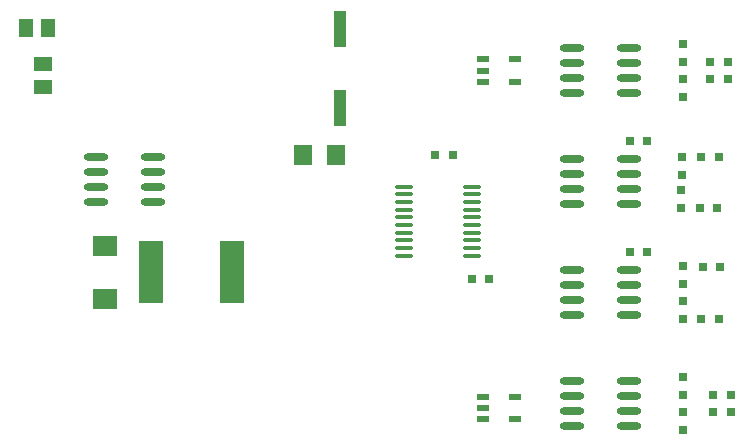
<source format=gtp>
G04 Layer_Color=8421504*
%FSLAX24Y24*%
%MOIN*%
G70*
G01*
G75*
%ADD10R,0.0315X0.0315*%
%ADD11O,0.0827X0.0236*%
%ADD12R,0.0394X0.0236*%
%ADD13R,0.0790X0.2090*%
%ADD14R,0.0787X0.2087*%
%ADD15R,0.0315X0.0315*%
%ADD16R,0.0591X0.0512*%
%ADD17R,0.0400X0.1200*%
%ADD18R,0.0630X0.0709*%
%ADD19R,0.0512X0.0591*%
%ADD20R,0.0800X0.0650*%
%ADD21O,0.0610X0.0138*%
D10*
X45231Y33618D02*
D03*
X45821D02*
D03*
X45181Y31918D02*
D03*
X45771D02*
D03*
X45821Y28218D02*
D03*
X45231D02*
D03*
X46119Y36232D02*
D03*
X45529D02*
D03*
X46119Y36782D02*
D03*
X45529D02*
D03*
X46219Y25132D02*
D03*
X45629D02*
D03*
X46219Y25682D02*
D03*
X45629D02*
D03*
X45281Y29968D02*
D03*
X45871D02*
D03*
X43441Y30454D02*
D03*
X42850D02*
D03*
X43441Y34154D02*
D03*
X42850D02*
D03*
X38171Y29568D02*
D03*
X37581D02*
D03*
X36379Y33682D02*
D03*
X36969D02*
D03*
D11*
X40924Y37246D02*
D03*
Y36746D02*
D03*
Y36246D02*
D03*
Y35746D02*
D03*
X42834Y37246D02*
D03*
Y36746D02*
D03*
Y36246D02*
D03*
Y35746D02*
D03*
Y32046D02*
D03*
Y32546D02*
D03*
Y33046D02*
D03*
Y33546D02*
D03*
X40924Y32046D02*
D03*
Y32546D02*
D03*
Y33046D02*
D03*
Y33546D02*
D03*
Y29846D02*
D03*
Y29346D02*
D03*
Y28846D02*
D03*
Y28346D02*
D03*
X42834Y29846D02*
D03*
Y29346D02*
D03*
Y28846D02*
D03*
Y28346D02*
D03*
X40924Y26146D02*
D03*
Y25646D02*
D03*
Y25146D02*
D03*
Y24646D02*
D03*
X42834Y26146D02*
D03*
Y25646D02*
D03*
Y25146D02*
D03*
Y24646D02*
D03*
X26965Y32130D02*
D03*
Y32630D02*
D03*
Y33130D02*
D03*
Y33630D02*
D03*
X25055Y32130D02*
D03*
Y32630D02*
D03*
Y33130D02*
D03*
Y33630D02*
D03*
D12*
X37968Y25624D02*
D03*
Y25250D02*
D03*
Y24876D02*
D03*
X39032D02*
D03*
Y25624D02*
D03*
X37968Y36874D02*
D03*
Y36500D02*
D03*
Y36126D02*
D03*
X39032D02*
D03*
Y36874D02*
D03*
D13*
X29600Y29800D02*
D03*
D14*
X26900D02*
D03*
D15*
X44582Y33621D02*
D03*
Y33031D02*
D03*
X44618Y24529D02*
D03*
Y25119D02*
D03*
Y36219D02*
D03*
Y35629D02*
D03*
Y37369D02*
D03*
Y36779D02*
D03*
Y28229D02*
D03*
Y28819D02*
D03*
X44632Y29971D02*
D03*
Y29381D02*
D03*
X44568Y31929D02*
D03*
Y32519D02*
D03*
X44618Y26269D02*
D03*
Y25679D02*
D03*
D16*
X23284Y35967D02*
D03*
Y36715D02*
D03*
D17*
X33200Y35250D02*
D03*
Y37900D02*
D03*
D18*
X31960Y33685D02*
D03*
X33062D02*
D03*
D19*
X23465Y37916D02*
D03*
X22717D02*
D03*
D20*
X25350Y30650D02*
D03*
Y28900D02*
D03*
D21*
X37609Y30323D02*
D03*
Y30579D02*
D03*
Y30835D02*
D03*
Y31091D02*
D03*
Y31346D02*
D03*
Y31602D02*
D03*
Y31858D02*
D03*
Y32114D02*
D03*
Y32370D02*
D03*
Y32626D02*
D03*
X35345Y30323D02*
D03*
Y30579D02*
D03*
Y30835D02*
D03*
Y31091D02*
D03*
Y31346D02*
D03*
Y31602D02*
D03*
Y31858D02*
D03*
Y32114D02*
D03*
Y32370D02*
D03*
Y32626D02*
D03*
M02*

</source>
